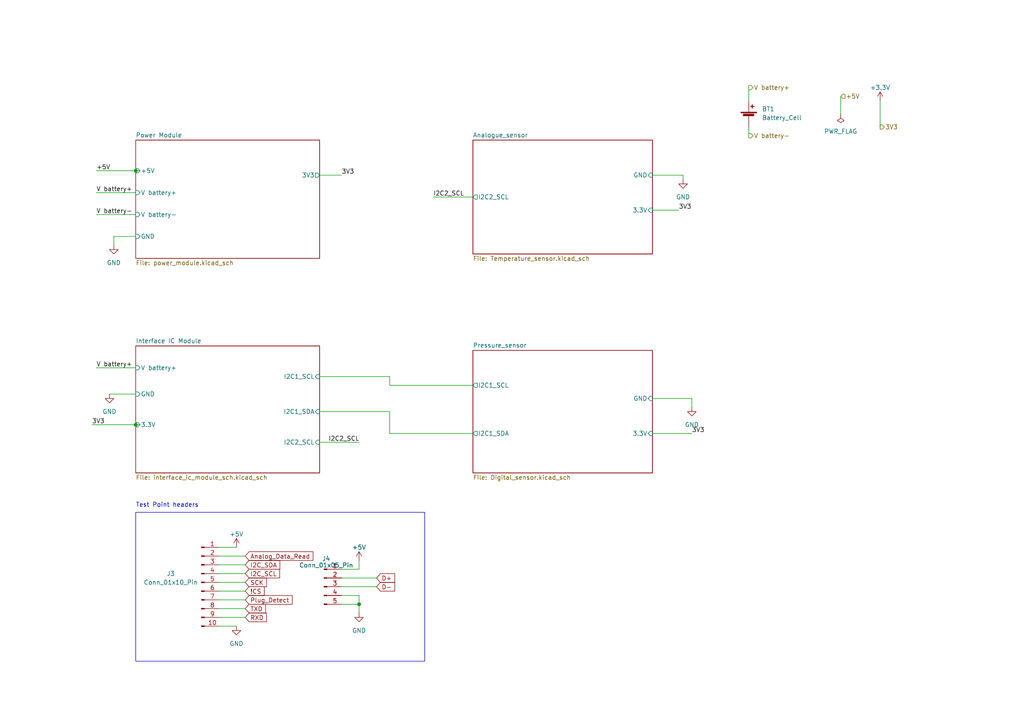
<source format=kicad_sch>
(kicad_sch (version 20230121) (generator eeschema)

  (uuid fb343421-d6b0-4cce-ac68-099621c469ba)

  (paper "A4")

  (title_block
    (title "HAT Modular")
    (date "2023-03-05")
    (rev "v0.11")
    (company "University of Cape Town")
    (comment 4 "Author: Joachim Gengan, Sayuri Moodley, Talon Sewnath")
  )

  (lib_symbols
    (symbol "Connector:Conn_01x05_Pin" (pin_names (offset 1.016) hide) (in_bom yes) (on_board yes)
      (property "Reference" "J" (at 0 7.62 0)
        (effects (font (size 1.27 1.27)))
      )
      (property "Value" "Conn_01x05_Pin" (at 0 -7.62 0)
        (effects (font (size 1.27 1.27)))
      )
      (property "Footprint" "" (at 0 0 0)
        (effects (font (size 1.27 1.27)) hide)
      )
      (property "Datasheet" "~" (at 0 0 0)
        (effects (font (size 1.27 1.27)) hide)
      )
      (property "ki_locked" "" (at 0 0 0)
        (effects (font (size 1.27 1.27)))
      )
      (property "ki_keywords" "connector" (at 0 0 0)
        (effects (font (size 1.27 1.27)) hide)
      )
      (property "ki_description" "Generic connector, single row, 01x05, script generated" (at 0 0 0)
        (effects (font (size 1.27 1.27)) hide)
      )
      (property "ki_fp_filters" "Connector*:*_1x??_*" (at 0 0 0)
        (effects (font (size 1.27 1.27)) hide)
      )
      (symbol "Conn_01x05_Pin_1_1"
        (polyline
          (pts
            (xy 1.27 -5.08)
            (xy 0.8636 -5.08)
          )
          (stroke (width 0.1524) (type default))
          (fill (type none))
        )
        (polyline
          (pts
            (xy 1.27 -2.54)
            (xy 0.8636 -2.54)
          )
          (stroke (width 0.1524) (type default))
          (fill (type none))
        )
        (polyline
          (pts
            (xy 1.27 0)
            (xy 0.8636 0)
          )
          (stroke (width 0.1524) (type default))
          (fill (type none))
        )
        (polyline
          (pts
            (xy 1.27 2.54)
            (xy 0.8636 2.54)
          )
          (stroke (width 0.1524) (type default))
          (fill (type none))
        )
        (polyline
          (pts
            (xy 1.27 5.08)
            (xy 0.8636 5.08)
          )
          (stroke (width 0.1524) (type default))
          (fill (type none))
        )
        (rectangle (start 0.8636 -4.953) (end 0 -5.207)
          (stroke (width 0.1524) (type default))
          (fill (type outline))
        )
        (rectangle (start 0.8636 -2.413) (end 0 -2.667)
          (stroke (width 0.1524) (type default))
          (fill (type outline))
        )
        (rectangle (start 0.8636 0.127) (end 0 -0.127)
          (stroke (width 0.1524) (type default))
          (fill (type outline))
        )
        (rectangle (start 0.8636 2.667) (end 0 2.413)
          (stroke (width 0.1524) (type default))
          (fill (type outline))
        )
        (rectangle (start 0.8636 5.207) (end 0 4.953)
          (stroke (width 0.1524) (type default))
          (fill (type outline))
        )
        (pin passive line (at 5.08 5.08 180) (length 3.81)
          (name "Pin_1" (effects (font (size 1.27 1.27))))
          (number "1" (effects (font (size 1.27 1.27))))
        )
        (pin passive line (at 5.08 2.54 180) (length 3.81)
          (name "Pin_2" (effects (font (size 1.27 1.27))))
          (number "2" (effects (font (size 1.27 1.27))))
        )
        (pin passive line (at 5.08 0 180) (length 3.81)
          (name "Pin_3" (effects (font (size 1.27 1.27))))
          (number "3" (effects (font (size 1.27 1.27))))
        )
        (pin passive line (at 5.08 -2.54 180) (length 3.81)
          (name "Pin_4" (effects (font (size 1.27 1.27))))
          (number "4" (effects (font (size 1.27 1.27))))
        )
        (pin passive line (at 5.08 -5.08 180) (length 3.81)
          (name "Pin_5" (effects (font (size 1.27 1.27))))
          (number "5" (effects (font (size 1.27 1.27))))
        )
      )
    )
    (symbol "Connector:Conn_01x10_Pin" (pin_names (offset 1.016) hide) (in_bom yes) (on_board yes)
      (property "Reference" "J" (at 0 12.7 0)
        (effects (font (size 1.27 1.27)))
      )
      (property "Value" "Conn_01x10_Pin" (at 0 -15.24 0)
        (effects (font (size 1.27 1.27)))
      )
      (property "Footprint" "" (at 0 0 0)
        (effects (font (size 1.27 1.27)) hide)
      )
      (property "Datasheet" "~" (at 0 0 0)
        (effects (font (size 1.27 1.27)) hide)
      )
      (property "ki_locked" "" (at 0 0 0)
        (effects (font (size 1.27 1.27)))
      )
      (property "ki_keywords" "connector" (at 0 0 0)
        (effects (font (size 1.27 1.27)) hide)
      )
      (property "ki_description" "Generic connector, single row, 01x10, script generated" (at 0 0 0)
        (effects (font (size 1.27 1.27)) hide)
      )
      (property "ki_fp_filters" "Connector*:*_1x??_*" (at 0 0 0)
        (effects (font (size 1.27 1.27)) hide)
      )
      (symbol "Conn_01x10_Pin_1_1"
        (polyline
          (pts
            (xy 1.27 -12.7)
            (xy 0.8636 -12.7)
          )
          (stroke (width 0.1524) (type default))
          (fill (type none))
        )
        (polyline
          (pts
            (xy 1.27 -10.16)
            (xy 0.8636 -10.16)
          )
          (stroke (width 0.1524) (type default))
          (fill (type none))
        )
        (polyline
          (pts
            (xy 1.27 -7.62)
            (xy 0.8636 -7.62)
          )
          (stroke (width 0.1524) (type default))
          (fill (type none))
        )
        (polyline
          (pts
            (xy 1.27 -5.08)
            (xy 0.8636 -5.08)
          )
          (stroke (width 0.1524) (type default))
          (fill (type none))
        )
        (polyline
          (pts
            (xy 1.27 -2.54)
            (xy 0.8636 -2.54)
          )
          (stroke (width 0.1524) (type default))
          (fill (type none))
        )
        (polyline
          (pts
            (xy 1.27 0)
            (xy 0.8636 0)
          )
          (stroke (width 0.1524) (type default))
          (fill (type none))
        )
        (polyline
          (pts
            (xy 1.27 2.54)
            (xy 0.8636 2.54)
          )
          (stroke (width 0.1524) (type default))
          (fill (type none))
        )
        (polyline
          (pts
            (xy 1.27 5.08)
            (xy 0.8636 5.08)
          )
          (stroke (width 0.1524) (type default))
          (fill (type none))
        )
        (polyline
          (pts
            (xy 1.27 7.62)
            (xy 0.8636 7.62)
          )
          (stroke (width 0.1524) (type default))
          (fill (type none))
        )
        (polyline
          (pts
            (xy 1.27 10.16)
            (xy 0.8636 10.16)
          )
          (stroke (width 0.1524) (type default))
          (fill (type none))
        )
        (rectangle (start 0.8636 -12.573) (end 0 -12.827)
          (stroke (width 0.1524) (type default))
          (fill (type outline))
        )
        (rectangle (start 0.8636 -10.033) (end 0 -10.287)
          (stroke (width 0.1524) (type default))
          (fill (type outline))
        )
        (rectangle (start 0.8636 -7.493) (end 0 -7.747)
          (stroke (width 0.1524) (type default))
          (fill (type outline))
        )
        (rectangle (start 0.8636 -4.953) (end 0 -5.207)
          (stroke (width 0.1524) (type default))
          (fill (type outline))
        )
        (rectangle (start 0.8636 -2.413) (end 0 -2.667)
          (stroke (width 0.1524) (type default))
          (fill (type outline))
        )
        (rectangle (start 0.8636 0.127) (end 0 -0.127)
          (stroke (width 0.1524) (type default))
          (fill (type outline))
        )
        (rectangle (start 0.8636 2.667) (end 0 2.413)
          (stroke (width 0.1524) (type default))
          (fill (type outline))
        )
        (rectangle (start 0.8636 5.207) (end 0 4.953)
          (stroke (width 0.1524) (type default))
          (fill (type outline))
        )
        (rectangle (start 0.8636 7.747) (end 0 7.493)
          (stroke (width 0.1524) (type default))
          (fill (type outline))
        )
        (rectangle (start 0.8636 10.287) (end 0 10.033)
          (stroke (width 0.1524) (type default))
          (fill (type outline))
        )
        (pin passive line (at 5.08 10.16 180) (length 3.81)
          (name "Pin_1" (effects (font (size 1.27 1.27))))
          (number "1" (effects (font (size 1.27 1.27))))
        )
        (pin passive line (at 5.08 -12.7 180) (length 3.81)
          (name "Pin_10" (effects (font (size 1.27 1.27))))
          (number "10" (effects (font (size 1.27 1.27))))
        )
        (pin passive line (at 5.08 7.62 180) (length 3.81)
          (name "Pin_2" (effects (font (size 1.27 1.27))))
          (number "2" (effects (font (size 1.27 1.27))))
        )
        (pin passive line (at 5.08 5.08 180) (length 3.81)
          (name "Pin_3" (effects (font (size 1.27 1.27))))
          (number "3" (effects (font (size 1.27 1.27))))
        )
        (pin passive line (at 5.08 2.54 180) (length 3.81)
          (name "Pin_4" (effects (font (size 1.27 1.27))))
          (number "4" (effects (font (size 1.27 1.27))))
        )
        (pin passive line (at 5.08 0 180) (length 3.81)
          (name "Pin_5" (effects (font (size 1.27 1.27))))
          (number "5" (effects (font (size 1.27 1.27))))
        )
        (pin passive line (at 5.08 -2.54 180) (length 3.81)
          (name "Pin_6" (effects (font (size 1.27 1.27))))
          (number "6" (effects (font (size 1.27 1.27))))
        )
        (pin passive line (at 5.08 -5.08 180) (length 3.81)
          (name "Pin_7" (effects (font (size 1.27 1.27))))
          (number "7" (effects (font (size 1.27 1.27))))
        )
        (pin passive line (at 5.08 -7.62 180) (length 3.81)
          (name "Pin_8" (effects (font (size 1.27 1.27))))
          (number "8" (effects (font (size 1.27 1.27))))
        )
        (pin passive line (at 5.08 -10.16 180) (length 3.81)
          (name "Pin_9" (effects (font (size 1.27 1.27))))
          (number "9" (effects (font (size 1.27 1.27))))
        )
      )
    )
    (symbol "Device:Battery_Cell" (pin_numbers hide) (pin_names (offset 0) hide) (in_bom yes) (on_board yes)
      (property "Reference" "BT" (at 2.54 2.54 0)
        (effects (font (size 1.27 1.27)) (justify left))
      )
      (property "Value" "Battery_Cell" (at 2.54 0 0)
        (effects (font (size 1.27 1.27)) (justify left))
      )
      (property "Footprint" "" (at 0 1.524 90)
        (effects (font (size 1.27 1.27)) hide)
      )
      (property "Datasheet" "~" (at 0 1.524 90)
        (effects (font (size 1.27 1.27)) hide)
      )
      (property "ki_keywords" "battery cell" (at 0 0 0)
        (effects (font (size 1.27 1.27)) hide)
      )
      (property "ki_description" "Single-cell battery" (at 0 0 0)
        (effects (font (size 1.27 1.27)) hide)
      )
      (symbol "Battery_Cell_0_1"
        (rectangle (start -2.286 1.778) (end 2.286 1.524)
          (stroke (width 0) (type default))
          (fill (type outline))
        )
        (rectangle (start -1.5748 1.1938) (end 1.4732 0.6858)
          (stroke (width 0) (type default))
          (fill (type outline))
        )
        (polyline
          (pts
            (xy 0 0.762)
            (xy 0 0)
          )
          (stroke (width 0) (type default))
          (fill (type none))
        )
        (polyline
          (pts
            (xy 0 1.778)
            (xy 0 2.54)
          )
          (stroke (width 0) (type default))
          (fill (type none))
        )
        (polyline
          (pts
            (xy 0.508 3.429)
            (xy 1.524 3.429)
          )
          (stroke (width 0.254) (type default))
          (fill (type none))
        )
        (polyline
          (pts
            (xy 1.016 3.937)
            (xy 1.016 2.921)
          )
          (stroke (width 0.254) (type default))
          (fill (type none))
        )
      )
      (symbol "Battery_Cell_1_1"
        (pin passive line (at 0 5.08 270) (length 2.54)
          (name "+" (effects (font (size 1.27 1.27))))
          (number "1" (effects (font (size 1.27 1.27))))
        )
        (pin passive line (at 0 -2.54 90) (length 2.54)
          (name "-" (effects (font (size 1.27 1.27))))
          (number "2" (effects (font (size 1.27 1.27))))
        )
      )
    )
    (symbol "power:+3.3V" (power) (pin_names (offset 0)) (in_bom yes) (on_board yes)
      (property "Reference" "#PWR" (at 0 -3.81 0)
        (effects (font (size 1.27 1.27)) hide)
      )
      (property "Value" "+3.3V" (at 0 3.556 0)
        (effects (font (size 1.27 1.27)))
      )
      (property "Footprint" "" (at 0 0 0)
        (effects (font (size 1.27 1.27)) hide)
      )
      (property "Datasheet" "" (at 0 0 0)
        (effects (font (size 1.27 1.27)) hide)
      )
      (property "ki_keywords" "global power" (at 0 0 0)
        (effects (font (size 1.27 1.27)) hide)
      )
      (property "ki_description" "Power symbol creates a global label with name \"+3.3V\"" (at 0 0 0)
        (effects (font (size 1.27 1.27)) hide)
      )
      (symbol "+3.3V_0_1"
        (polyline
          (pts
            (xy -0.762 1.27)
            (xy 0 2.54)
          )
          (stroke (width 0) (type default))
          (fill (type none))
        )
        (polyline
          (pts
            (xy 0 0)
            (xy 0 2.54)
          )
          (stroke (width 0) (type default))
          (fill (type none))
        )
        (polyline
          (pts
            (xy 0 2.54)
            (xy 0.762 1.27)
          )
          (stroke (width 0) (type default))
          (fill (type none))
        )
      )
      (symbol "+3.3V_1_1"
        (pin power_in line (at 0 0 90) (length 0) hide
          (name "+3.3V" (effects (font (size 1.27 1.27))))
          (number "1" (effects (font (size 1.27 1.27))))
        )
      )
    )
    (symbol "power:+5V" (power) (pin_names (offset 0)) (in_bom yes) (on_board yes)
      (property "Reference" "#PWR" (at 0 -3.81 0)
        (effects (font (size 1.27 1.27)) hide)
      )
      (property "Value" "+5V" (at 0 3.556 0)
        (effects (font (size 1.27 1.27)))
      )
      (property "Footprint" "" (at 0 0 0)
        (effects (font (size 1.27 1.27)) hide)
      )
      (property "Datasheet" "" (at 0 0 0)
        (effects (font (size 1.27 1.27)) hide)
      )
      (property "ki_keywords" "global power" (at 0 0 0)
        (effects (font (size 1.27 1.27)) hide)
      )
      (property "ki_description" "Power symbol creates a global label with name \"+5V\"" (at 0 0 0)
        (effects (font (size 1.27 1.27)) hide)
      )
      (symbol "+5V_0_1"
        (polyline
          (pts
            (xy -0.762 1.27)
            (xy 0 2.54)
          )
          (stroke (width 0) (type default))
          (fill (type none))
        )
        (polyline
          (pts
            (xy 0 0)
            (xy 0 2.54)
          )
          (stroke (width 0) (type default))
          (fill (type none))
        )
        (polyline
          (pts
            (xy 0 2.54)
            (xy 0.762 1.27)
          )
          (stroke (width 0) (type default))
          (fill (type none))
        )
      )
      (symbol "+5V_1_1"
        (pin power_in line (at 0 0 90) (length 0) hide
          (name "+5V" (effects (font (size 1.27 1.27))))
          (number "1" (effects (font (size 1.27 1.27))))
        )
      )
    )
    (symbol "power:GND" (power) (pin_names (offset 0)) (in_bom yes) (on_board yes)
      (property "Reference" "#PWR" (at 0 -6.35 0)
        (effects (font (size 1.27 1.27)) hide)
      )
      (property "Value" "GND" (at 0 -3.81 0)
        (effects (font (size 1.27 1.27)))
      )
      (property "Footprint" "" (at 0 0 0)
        (effects (font (size 1.27 1.27)) hide)
      )
      (property "Datasheet" "" (at 0 0 0)
        (effects (font (size 1.27 1.27)) hide)
      )
      (property "ki_keywords" "global power" (at 0 0 0)
        (effects (font (size 1.27 1.27)) hide)
      )
      (property "ki_description" "Power symbol creates a global label with name \"GND\" , ground" (at 0 0 0)
        (effects (font (size 1.27 1.27)) hide)
      )
      (symbol "GND_0_1"
        (polyline
          (pts
            (xy 0 0)
            (xy 0 -1.27)
            (xy 1.27 -1.27)
            (xy 0 -2.54)
            (xy -1.27 -1.27)
            (xy 0 -1.27)
          )
          (stroke (width 0) (type default))
          (fill (type none))
        )
      )
      (symbol "GND_1_1"
        (pin power_in line (at 0 0 270) (length 0) hide
          (name "GND" (effects (font (size 1.27 1.27))))
          (number "1" (effects (font (size 1.27 1.27))))
        )
      )
    )
    (symbol "power:PWR_FLAG" (power) (pin_numbers hide) (pin_names (offset 0) hide) (in_bom yes) (on_board yes)
      (property "Reference" "#FLG" (at 0 1.905 0)
        (effects (font (size 1.27 1.27)) hide)
      )
      (property "Value" "PWR_FLAG" (at 0 3.81 0)
        (effects (font (size 1.27 1.27)))
      )
      (property "Footprint" "" (at 0 0 0)
        (effects (font (size 1.27 1.27)) hide)
      )
      (property "Datasheet" "~" (at 0 0 0)
        (effects (font (size 1.27 1.27)) hide)
      )
      (property "ki_keywords" "flag power" (at 0 0 0)
        (effects (font (size 1.27 1.27)) hide)
      )
      (property "ki_description" "Special symbol for telling ERC where power comes from" (at 0 0 0)
        (effects (font (size 1.27 1.27)) hide)
      )
      (symbol "PWR_FLAG_0_0"
        (pin power_out line (at 0 0 90) (length 0)
          (name "pwr" (effects (font (size 1.27 1.27))))
          (number "1" (effects (font (size 1.27 1.27))))
        )
      )
      (symbol "PWR_FLAG_0_1"
        (polyline
          (pts
            (xy 0 0)
            (xy 0 1.27)
            (xy -1.016 1.905)
            (xy 0 2.54)
            (xy 1.016 1.905)
            (xy 0 1.27)
          )
          (stroke (width 0) (type default))
          (fill (type none))
        )
      )
    )
  )


  (junction (at 104.14 175.26) (diameter 0) (color 0 0 0 0)
    (uuid 0283eed1-0ddf-483e-bc90-8c57379e0ccb)
  )
  (junction (at 39.37 123.19) (diameter 0) (color 0 0 0 0)
    (uuid 78e57690-422a-4b8f-bafc-48029c13ca36)
  )
  (junction (at 39.37 49.53) (diameter 0) (color 0 0 0 0)
    (uuid d845ae22-72fa-486e-aa29-81d6e028318c)
  )

  (wire (pts (xy 27.94 49.53) (xy 39.37 49.53))
    (stroke (width 0) (type default))
    (uuid 0aaf2654-b004-46cc-b8ab-14d7c924cd5a)
  )
  (wire (pts (xy 63.5 158.75) (xy 68.58 158.75))
    (stroke (width 0) (type default))
    (uuid 0be473e0-95f0-4f4e-ab3c-5b62cbf6cb7e)
  )
  (wire (pts (xy 113.03 125.73) (xy 137.16 125.73))
    (stroke (width 0) (type default))
    (uuid 0ea99f70-cb13-4195-90e1-89537f8406cc)
  )
  (wire (pts (xy 113.03 119.38) (xy 113.03 125.73))
    (stroke (width 0) (type default))
    (uuid 16c95cda-9b55-4642-b5a7-2acd4e113d65)
  )
  (wire (pts (xy 198.12 50.8) (xy 198.12 52.07))
    (stroke (width 0) (type default))
    (uuid 2aa02ea0-e12f-414c-ba74-b16502ce65d8)
  )
  (wire (pts (xy 217.17 36.83) (xy 217.17 39.37))
    (stroke (width 0) (type default))
    (uuid 2be375dc-f3d6-49f2-8725-49ccff91aaf3)
  )
  (wire (pts (xy 27.94 106.68) (xy 39.37 106.68))
    (stroke (width 0) (type default))
    (uuid 2e57ca93-1a48-408e-916d-1ccd0c84214d)
  )
  (wire (pts (xy 243.84 27.94) (xy 243.84 33.02))
    (stroke (width 0) (type default))
    (uuid 2fbb0b60-ab23-47cc-930a-2bbf7180f985)
  )
  (wire (pts (xy 104.14 172.72) (xy 104.14 175.26))
    (stroke (width 0) (type default))
    (uuid 2ff9624e-a4ea-4560-b7cf-750f7e2fbfd9)
  )
  (wire (pts (xy 99.06 165.1) (xy 104.14 165.1))
    (stroke (width 0) (type default))
    (uuid 32bbc516-f75d-4f68-8ec6-ec5bf761b3bf)
  )
  (wire (pts (xy 99.06 175.26) (xy 104.14 175.26))
    (stroke (width 0) (type default))
    (uuid 385ca6a7-cd88-49c1-9e69-0c601a698671)
  )
  (wire (pts (xy 113.03 111.76) (xy 137.16 111.76))
    (stroke (width 0) (type default))
    (uuid 393d254f-61f3-4a9e-8007-0f57addb5a2d)
  )
  (wire (pts (xy 104.14 175.26) (xy 104.14 177.8))
    (stroke (width 0) (type default))
    (uuid 3b6ebae5-66a6-41b8-9a7d-87b910a5d0e7)
  )
  (wire (pts (xy 39.37 49.53) (xy 40.64 49.53))
    (stroke (width 0) (type default))
    (uuid 3f7a624b-2276-4d08-849f-db9a51e5a748)
  )
  (wire (pts (xy 189.23 60.96) (xy 196.85 60.96))
    (stroke (width 0) (type default))
    (uuid 44e2cd24-e41c-4e71-9f47-7dac0779b500)
  )
  (wire (pts (xy 92.71 128.27) (xy 104.14 128.27))
    (stroke (width 0) (type default))
    (uuid 462d965e-c604-41cd-9209-ecbf83b1a24f)
  )
  (wire (pts (xy 63.5 163.83) (xy 71.12 163.83))
    (stroke (width 0) (type default))
    (uuid 4ad36139-79dd-4ba8-9139-1806ffd26789)
  )
  (wire (pts (xy 189.23 115.57) (xy 200.66 115.57))
    (stroke (width 0) (type default))
    (uuid 4bd4ba39-c355-4dc3-9de5-78a3c74317dc)
  )
  (wire (pts (xy 255.27 29.21) (xy 255.27 36.83))
    (stroke (width 0) (type default))
    (uuid 4ddeacad-0c9c-4709-9b33-2657158e10ce)
  )
  (wire (pts (xy 27.94 55.88) (xy 39.37 55.88))
    (stroke (width 0) (type default))
    (uuid 53a7ce49-f310-472a-89e2-9e338dc772c0)
  )
  (wire (pts (xy 63.5 171.45) (xy 71.12 171.45))
    (stroke (width 0) (type default))
    (uuid 5d917a69-6945-4e30-874e-3fe65569b2d1)
  )
  (wire (pts (xy 200.66 115.57) (xy 200.66 118.11))
    (stroke (width 0) (type default))
    (uuid 6049e2a1-95de-475f-a6c0-aa0359d4f924)
  )
  (wire (pts (xy 71.12 176.53) (xy 63.5 176.53))
    (stroke (width 0) (type default))
    (uuid 60caebf9-0f0b-447d-8bca-0f433bb859cd)
  )
  (wire (pts (xy 39.37 123.19) (xy 40.64 123.19))
    (stroke (width 0) (type default))
    (uuid 69866fd0-72b8-42a9-a5b1-3b9139b7d2e2)
  )
  (wire (pts (xy 39.37 114.3) (xy 31.75 114.3))
    (stroke (width 0) (type default))
    (uuid 73acba41-22aa-4cb4-9747-58199c2370a5)
  )
  (wire (pts (xy 104.14 165.1) (xy 104.14 162.56))
    (stroke (width 0) (type default))
    (uuid 7577c9ae-2c13-40b9-b903-ded9c3043ad9)
  )
  (wire (pts (xy 63.5 181.61) (xy 68.58 181.61))
    (stroke (width 0) (type default))
    (uuid 79168028-b690-4b28-811e-49a819b1a4d8)
  )
  (wire (pts (xy 63.5 166.37) (xy 71.12 166.37))
    (stroke (width 0) (type default))
    (uuid 87f8fa12-d022-4632-983b-abee3707a4bf)
  )
  (wire (pts (xy 99.06 172.72) (xy 104.14 172.72))
    (stroke (width 0) (type default))
    (uuid 8a3cc6f8-4b47-41f1-bd43-bae1303c2681)
  )
  (wire (pts (xy 189.23 125.73) (xy 200.66 125.73))
    (stroke (width 0) (type default))
    (uuid a4ee0cab-2b28-4984-8ff2-8741a5e82393)
  )
  (wire (pts (xy 71.12 179.07) (xy 63.5 179.07))
    (stroke (width 0) (type default))
    (uuid b17372d9-41a4-494e-b7b9-d19ace4c5049)
  )
  (wire (pts (xy 92.71 109.22) (xy 113.03 109.22))
    (stroke (width 0) (type default))
    (uuid b2ae7632-246e-4cc8-9327-69f8f72d1b9c)
  )
  (wire (pts (xy 63.5 168.91) (xy 71.12 168.91))
    (stroke (width 0) (type default))
    (uuid b599236f-dc85-4059-8403-c1f9c882b6d6)
  )
  (wire (pts (xy 99.06 170.18) (xy 109.22 170.18))
    (stroke (width 0) (type default))
    (uuid b83aa66b-a3de-4b88-988a-7ea572647b35)
  )
  (wire (pts (xy 26.67 123.19) (xy 39.37 123.19))
    (stroke (width 0) (type default))
    (uuid baca937e-467e-4b82-8c56-f77705fac6a9)
  )
  (wire (pts (xy 92.71 50.8) (xy 99.06 50.8))
    (stroke (width 0) (type default))
    (uuid bcd50e69-b8f6-4b04-992c-fa3509697f5d)
  )
  (wire (pts (xy 113.03 109.22) (xy 113.03 111.76))
    (stroke (width 0) (type default))
    (uuid c34845d9-8828-4a05-876c-8174aa1d11f9)
  )
  (wire (pts (xy 92.71 119.38) (xy 113.03 119.38))
    (stroke (width 0) (type default))
    (uuid cac41408-b8c6-4ea1-85dd-d83806cc0865)
  )
  (wire (pts (xy 189.23 50.8) (xy 198.12 50.8))
    (stroke (width 0) (type default))
    (uuid d1f86182-4c4a-405e-a280-574cf35b0ec1)
  )
  (wire (pts (xy 63.5 161.29) (xy 71.12 161.29))
    (stroke (width 0) (type default))
    (uuid d33365b7-a316-4456-b140-9c8bdf62efa7)
  )
  (wire (pts (xy 71.12 173.99) (xy 63.5 173.99))
    (stroke (width 0) (type default))
    (uuid d45ce59b-7749-4ae1-af6c-aa0c3ff3fbeb)
  )
  (wire (pts (xy 27.94 62.23) (xy 39.37 62.23))
    (stroke (width 0) (type default))
    (uuid d6a6c29c-d6f4-4e41-8443-fe2238da26b4)
  )
  (wire (pts (xy 217.17 25.4) (xy 217.17 29.21))
    (stroke (width 0) (type default))
    (uuid dd0d693c-5080-4082-8e91-aa5d15f58ee1)
  )
  (wire (pts (xy 125.73 57.15) (xy 137.16 57.15))
    (stroke (width 0) (type default))
    (uuid edf0d8d7-f1e9-4def-8aec-ff35f9e60af8)
  )
  (wire (pts (xy 33.02 68.58) (xy 33.02 71.12))
    (stroke (width 0) (type default))
    (uuid f7adda22-e244-45ab-a42c-83306b30e84d)
  )
  (wire (pts (xy 99.06 167.64) (xy 109.22 167.64))
    (stroke (width 0) (type default))
    (uuid fb95e321-5919-40af-ba03-c74a7cc40091)
  )
  (wire (pts (xy 39.37 68.58) (xy 33.02 68.58))
    (stroke (width 0) (type default))
    (uuid ff39cc82-e731-4951-bbab-feb4eafea2e1)
  )

  (rectangle (start 39.37 148.59) (end 123.19 191.77)
    (stroke (width 0) (type default))
    (fill (type none))
    (uuid 0e7d5855-f328-4e1b-858f-107a3e62454b)
  )

  (text "Test Point headers\n" (at 39.37 147.32 0)
    (effects (font (size 1.27 1.27)) (justify left bottom))
    (uuid c50a3373-4c85-46bf-909c-8f8a0f625467)
  )

  (label "V battery+" (at 27.94 55.88 0) (fields_autoplaced)
    (effects (font (size 1.27 1.27)) (justify left bottom))
    (uuid 0c7b588a-9aeb-47fe-9d19-ef15fdc0ecca)
  )
  (label "3V3" (at 99.06 50.8 0) (fields_autoplaced)
    (effects (font (size 1.27 1.27)) (justify left bottom))
    (uuid 4ecc7dfa-f519-40bb-9e0f-c9c7827465b6)
  )
  (label "3V3" (at 200.66 125.73 0) (fields_autoplaced)
    (effects (font (size 1.27 1.27)) (justify left bottom))
    (uuid 6419cc4c-2164-407c-bdcf-0b2c7ed9d5f6)
  )
  (label "3V3" (at 26.67 123.19 0) (fields_autoplaced)
    (effects (font (size 1.27 1.27)) (justify left bottom))
    (uuid 655bfed7-1348-4b98-9500-83d5d15bff1d)
  )
  (label "3V3" (at 196.85 60.96 0) (fields_autoplaced)
    (effects (font (size 1.27 1.27)) (justify left bottom))
    (uuid 6d383eae-4652-41fd-808e-811d42e645d1)
  )
  (label "I2C2_SCL" (at 134.62 57.15 180) (fields_autoplaced)
    (effects (font (size 1.27 1.27)) (justify right bottom))
    (uuid 86a3c2f2-c580-48b0-8f46-87d42fed5c7d)
  )
  (label "V battery+" (at 27.94 106.68 0) (fields_autoplaced)
    (effects (font (size 1.27 1.27)) (justify left bottom))
    (uuid 9ce3bf48-f116-46b9-bdd5-751a8138bc45)
  )
  (label "I2C2_SCL" (at 95.25 128.27 0) (fields_autoplaced)
    (effects (font (size 1.27 1.27)) (justify left bottom))
    (uuid afc903ef-d39b-4c3a-bcc6-ee47142632bd)
  )
  (label "+5V" (at 27.94 49.53 0) (fields_autoplaced)
    (effects (font (size 1.27 1.27)) (justify left bottom))
    (uuid d5cdc8aa-7ce0-4fa0-bb56-bd49fc28cd44)
  )
  (label "V battery-" (at 27.94 62.23 0) (fields_autoplaced)
    (effects (font (size 1.27 1.27)) (justify left bottom))
    (uuid dd148464-69fd-490b-9f4e-45a7cff7ca10)
  )

  (global_label "I2C_SCL" (shape input) (at 71.12 166.37 0) (fields_autoplaced)
    (effects (font (size 1.27 1.27)) (justify left))
    (uuid 04a0731b-b2ce-47f9-a0f3-f669e8a0a891)
    (property "Intersheetrefs" "${INTERSHEET_REFS}" (at 80.9311 166.37 0)
      (effects (font (size 1.27 1.27)) (justify left) hide)
    )
  )
  (global_label "Analog_Data_Read" (shape input) (at 71.12 161.29 0) (fields_autoplaced)
    (effects (font (size 1.27 1.27)) (justify left))
    (uuid 1ccd44f0-7fee-4911-ad93-57e1918c4e95)
    (property "Intersheetrefs" "${INTERSHEET_REFS}" (at 90.6069 161.29 0)
      (effects (font (size 1.27 1.27)) (justify left) hide)
    )
  )
  (global_label "Plug_Detect" (shape input) (at 71.12 173.99 0) (fields_autoplaced)
    (effects (font (size 1.27 1.27)) (justify left))
    (uuid 575c431c-1949-4b03-a4c4-647e9642b2ea)
    (property "Intersheetrefs" "${INTERSHEET_REFS}" (at 84.5596 173.99 0)
      (effects (font (size 1.27 1.27)) (justify left) hide)
    )
  )
  (global_label "I2C_SDA" (shape input) (at 71.12 163.83 0) (fields_autoplaced)
    (effects (font (size 1.27 1.27)) (justify left))
    (uuid 6bc65d25-7cf5-41c3-966d-d6176915f950)
    (property "Intersheetrefs" "${INTERSHEET_REFS}" (at 80.9916 163.83 0)
      (effects (font (size 1.27 1.27)) (justify left) hide)
    )
  )
  (global_label "TXD" (shape input) (at 71.12 176.53 0) (fields_autoplaced)
    (effects (font (size 1.27 1.27)) (justify left))
    (uuid 930c7cae-dc18-45a7-be88-0dec570448cd)
    (property "Intersheetrefs" "${INTERSHEET_REFS}" (at 76.8187 176.53 0)
      (effects (font (size 1.27 1.27)) (justify left) hide)
    )
  )
  (global_label "!CS" (shape input) (at 71.12 171.45 0) (fields_autoplaced)
    (effects (font (size 1.27 1.27)) (justify left))
    (uuid a7c244c1-da22-419f-94cb-1e507b000462)
    (property "Intersheetrefs" "${INTERSHEET_REFS}" (at 76.4559 171.45 0)
      (effects (font (size 1.27 1.27)) (justify left) hide)
    )
  )
  (global_label "RXD" (shape input) (at 71.12 179.07 0) (fields_autoplaced)
    (effects (font (size 1.27 1.27)) (justify left))
    (uuid ca6345f5-d54b-446a-aef6-63603cb40c45)
    (property "Intersheetrefs" "${INTERSHEET_REFS}" (at 77.1211 179.07 0)
      (effects (font (size 1.27 1.27)) (justify left) hide)
    )
  )
  (global_label "D+" (shape input) (at 109.22 167.64 0) (fields_autoplaced)
    (effects (font (size 1.27 1.27)) (justify left))
    (uuid d539c09b-ccc9-4d80-b145-0bb345456773)
    (property "Intersheetrefs" "${INTERSHEET_REFS}" (at 114.314 167.64 0)
      (effects (font (size 1.27 1.27)) (justify left) hide)
    )
  )
  (global_label "D-" (shape input) (at 109.22 170.18 0) (fields_autoplaced)
    (effects (font (size 1.27 1.27)) (justify left))
    (uuid e7f10708-8fd9-4702-8977-c2d546b0d2c0)
    (property "Intersheetrefs" "${INTERSHEET_REFS}" (at 114.314 170.18 0)
      (effects (font (size 1.27 1.27)) (justify left) hide)
    )
  )
  (global_label "SCK" (shape input) (at 71.12 168.91 0) (fields_autoplaced)
    (effects (font (size 1.27 1.27)) (justify left))
    (uuid ea55b810-1328-482b-a1e1-45c18ecfeab9)
    (property "Intersheetrefs" "${INTERSHEET_REFS}" (at 77.1211 168.91 0)
      (effects (font (size 1.27 1.27)) (justify left) hide)
    )
  )

  (hierarchical_label "V battery+" (shape output) (at 217.17 25.4 0) (fields_autoplaced)
    (effects (font (size 1.27 1.27)) (justify left))
    (uuid 37823f4a-cdee-4764-8ba2-5e8514ea1cce)
  )
  (hierarchical_label "V battery-" (shape output) (at 217.17 39.37 0) (fields_autoplaced)
    (effects (font (size 1.27 1.27)) (justify left))
    (uuid b158001c-9bbe-4a27-a11e-cf0ef449d378)
  )
  (hierarchical_label "3V3" (shape output) (at 255.27 36.83 0) (fields_autoplaced)
    (effects (font (size 1.27 1.27)) (justify left))
    (uuid e14cd2f1-828f-4e18-a833-e56b92ffd610)
  )
  (hierarchical_label "+5V" (shape input) (at 243.84 27.94 0) (fields_autoplaced)
    (effects (font (size 1.27 1.27)) (justify left))
    (uuid f54199e7-003d-4dc7-99b7-99bccca62df5)
  )

  (symbol (lib_id "Connector:Conn_01x05_Pin") (at 93.98 170.18 0) (unit 1)
    (in_bom yes) (on_board yes) (dnp no) (fields_autoplaced)
    (uuid 007417fe-b645-4771-baf1-c7cf97cc19c0)
    (property "Reference" "J4" (at 94.615 162.0139 0)
      (effects (font (size 1.27 1.27)))
    )
    (property "Value" "Conn_01x05_Pin" (at 94.615 163.9349 0)
      (effects (font (size 1.27 1.27)))
    )
    (property "Footprint" "Connector_PinHeader_2.54mm:PinHeader_1x05_P2.54mm_Vertical" (at 93.98 170.18 0)
      (effects (font (size 1.27 1.27)) hide)
    )
    (property "Datasheet" "~" (at 93.98 170.18 0)
      (effects (font (size 1.27 1.27)) hide)
    )
    (pin "1" (uuid 50c3ef3d-7f94-4bb7-acaf-56de9f5c8f51))
    (pin "2" (uuid 86445a26-9986-4186-a7da-3eb875bf93ef))
    (pin "3" (uuid 993ca6c8-b56b-43c3-9369-a1950345dd99))
    (pin "4" (uuid 8984c8f5-ae96-4336-84b6-7078a66e82d3))
    (pin "5" (uuid b309d653-f784-4131-acef-7f7a09145a56))
    (instances
      (project "EnviroHAT"
        (path "/a74e31c2-fcf5-43a5-9331-08916f60248b/2be14b9c-d14d-472f-bc9b-c8a5f77e7f2d"
          (reference "J4") (unit 1)
        )
      )
      (project "main_v0.6"
        (path "/fb343421-d6b0-4cce-ac68-099621c469ba"
          (reference "J4") (unit 1)
        )
      )
    )
  )

  (symbol (lib_id "power:GND") (at 33.02 71.12 0) (unit 1)
    (in_bom yes) (on_board yes) (dnp no) (fields_autoplaced)
    (uuid 0ace63e8-8df3-43c0-9779-8078ba000fdf)
    (property "Reference" "#PWR06" (at 33.02 77.47 0)
      (effects (font (size 1.27 1.27)) hide)
    )
    (property "Value" "GND" (at 33.02 76.2 0)
      (effects (font (size 1.27 1.27)))
    )
    (property "Footprint" "" (at 33.02 71.12 0)
      (effects (font (size 1.27 1.27)) hide)
    )
    (property "Datasheet" "" (at 33.02 71.12 0)
      (effects (font (size 1.27 1.27)) hide)
    )
    (pin "1" (uuid 74cac209-4c6d-46ac-8460-2954459968b5))
    (instances
      (project "main_v0.6"
        (path "/fb343421-d6b0-4cce-ac68-099621c469ba"
          (reference "#PWR06") (unit 1)
        )
      )
    )
  )

  (symbol (lib_id "power:GND") (at 104.14 177.8 0) (unit 1)
    (in_bom yes) (on_board yes) (dnp no) (fields_autoplaced)
    (uuid 2b12796f-64ef-44ec-ba89-4b78599c4fbe)
    (property "Reference" "#PWR03" (at 104.14 184.15 0)
      (effects (font (size 1.27 1.27)) hide)
    )
    (property "Value" "GND" (at 104.14 182.88 0)
      (effects (font (size 1.27 1.27)))
    )
    (property "Footprint" "" (at 104.14 177.8 0)
      (effects (font (size 1.27 1.27)) hide)
    )
    (property "Datasheet" "" (at 104.14 177.8 0)
      (effects (font (size 1.27 1.27)) hide)
    )
    (pin "1" (uuid 8f844d3d-d189-4e08-aac0-06ad4cbf0171))
    (instances
      (project "EnviroHAT"
        (path "/a74e31c2-fcf5-43a5-9331-08916f60248b/1f29c7bb-3a0b-4611-ad74-2baaa71e5961"
          (reference "#PWR03") (unit 1)
        )
        (path "/a74e31c2-fcf5-43a5-9331-08916f60248b/2be14b9c-d14d-472f-bc9b-c8a5f77e7f2d"
          (reference "#PWR043") (unit 1)
        )
      )
      (project "Wk3"
        (path "/c0cfcaff-cbfc-454f-89d3-3bb65d015904"
          (reference "#PWR?") (unit 1)
        )
      )
      (project "main_v0.6"
        (path "/fb343421-d6b0-4cce-ac68-099621c469ba"
          (reference "#PWR010") (unit 1)
        )
      )
    )
  )

  (symbol (lib_id "power:+5V") (at 104.14 162.56 0) (unit 1)
    (in_bom yes) (on_board yes) (dnp no) (fields_autoplaced)
    (uuid 38f5e738-8d27-4129-881d-4fd3d42e8459)
    (property "Reference" "#PWR02" (at 104.14 166.37 0)
      (effects (font (size 1.27 1.27)) hide)
    )
    (property "Value" "+5V" (at 104.14 158.75 0)
      (effects (font (size 1.27 1.27)))
    )
    (property "Footprint" "" (at 104.14 162.56 0)
      (effects (font (size 1.27 1.27)) hide)
    )
    (property "Datasheet" "" (at 104.14 162.56 0)
      (effects (font (size 1.27 1.27)) hide)
    )
    (pin "1" (uuid 9ab5fe25-88f7-4b75-bc47-93c920d69d6e))
    (instances
      (project "EnviroHAT"
        (path "/a74e31c2-fcf5-43a5-9331-08916f60248b/1f29c7bb-3a0b-4611-ad74-2baaa71e5961"
          (reference "#PWR02") (unit 1)
        )
        (path "/a74e31c2-fcf5-43a5-9331-08916f60248b/2be14b9c-d14d-472f-bc9b-c8a5f77e7f2d"
          (reference "#PWR042") (unit 1)
        )
      )
      (project "Wk3"
        (path "/c0cfcaff-cbfc-454f-89d3-3bb65d015904"
          (reference "#PWR?") (unit 1)
        )
      )
      (project "main_v0.6"
        (path "/fb343421-d6b0-4cce-ac68-099621c469ba"
          (reference "#PWR09") (unit 1)
        )
      )
    )
  )

  (symbol (lib_id "Device:Battery_Cell") (at 217.17 34.29 0) (unit 1)
    (in_bom yes) (on_board yes) (dnp no) (fields_autoplaced)
    (uuid 627815ab-82c2-4d74-9865-24b1294534fe)
    (property "Reference" "BT1" (at 220.98 31.623 0)
      (effects (font (size 1.27 1.27)) (justify left))
    )
    (property "Value" "Battery_Cell" (at 220.98 34.163 0)
      (effects (font (size 1.27 1.27)) (justify left))
    )
    (property "Footprint" "newLibrary:18650_HOLDER_TH" (at 217.17 32.766 90)
      (effects (font (size 1.27 1.27)) hide)
    )
    (property "Datasheet" "~" (at 217.17 32.766 90)
      (effects (font (size 1.27 1.27)) hide)
    )
    (property "Cost per Board" "0.0381" (at 217.17 34.29 0)
      (effects (font (size 1.27 1.27)) hide)
    )
    (property "Five Board Cost" "0.1905" (at 217.17 34.29 0)
      (effects (font (size 1.27 1.27)) hide)
    )
    (property "JLC PCB Part Number" "NA" (at 217.17 34.29 0)
      (effects (font (size 1.27 1.27)) hide)
    )
    (pin "1" (uuid e349f6b4-1902-40d8-bcf8-8dd80397f803))
    (pin "2" (uuid 9cb70e5f-a98b-4df5-815b-6bb9305d1a83))
    (instances
      (project "PowerSchematicNew"
        (path "/848dbeb4-3c7b-453e-a09a-373eb322a767"
          (reference "BT1") (unit 1)
        )
      )
      (project "main_v0.6"
        (path "/fb343421-d6b0-4cce-ac68-099621c469ba/c0fcc5fd-e6d1-4c97-b691-b667c316491e"
          (reference "BT1") (unit 1)
        )
        (path "/fb343421-d6b0-4cce-ac68-099621c469ba"
          (reference "BT1") (unit 1)
        )
      )
    )
  )

  (symbol (lib_id "power:+5V") (at 68.58 158.75 0) (unit 1)
    (in_bom yes) (on_board yes) (dnp no) (fields_autoplaced)
    (uuid 7c772cf1-d19c-4d57-ac89-86e81f6cdd94)
    (property "Reference" "#PWR02" (at 68.58 162.56 0)
      (effects (font (size 1.27 1.27)) hide)
    )
    (property "Value" "+5V" (at 68.58 154.94 0)
      (effects (font (size 1.27 1.27)))
    )
    (property "Footprint" "" (at 68.58 158.75 0)
      (effects (font (size 1.27 1.27)) hide)
    )
    (property "Datasheet" "" (at 68.58 158.75 0)
      (effects (font (size 1.27 1.27)) hide)
    )
    (pin "1" (uuid 1075524d-f140-43a7-9c79-86216c44f515))
    (instances
      (project "EnviroHAT"
        (path "/a74e31c2-fcf5-43a5-9331-08916f60248b/1f29c7bb-3a0b-4611-ad74-2baaa71e5961"
          (reference "#PWR02") (unit 1)
        )
        (path "/a74e31c2-fcf5-43a5-9331-08916f60248b/2be14b9c-d14d-472f-bc9b-c8a5f77e7f2d"
          (reference "#PWR08") (unit 1)
        )
      )
      (project "Wk3"
        (path "/c0cfcaff-cbfc-454f-89d3-3bb65d015904"
          (reference "#PWR?") (unit 1)
        )
      )
      (project "main_v0.6"
        (path "/fb343421-d6b0-4cce-ac68-099621c469ba"
          (reference "#PWR04") (unit 1)
        )
      )
    )
  )

  (symbol (lib_id "power:GND") (at 200.66 118.11 0) (unit 1)
    (in_bom yes) (on_board yes) (dnp no) (fields_autoplaced)
    (uuid 866114c3-cdb0-41e7-9435-1aeeae9357c3)
    (property "Reference" "#PWR02" (at 200.66 124.46 0)
      (effects (font (size 1.27 1.27)) hide)
    )
    (property "Value" "GND" (at 200.66 123.19 0)
      (effects (font (size 1.27 1.27)))
    )
    (property "Footprint" "" (at 200.66 118.11 0)
      (effects (font (size 1.27 1.27)) hide)
    )
    (property "Datasheet" "" (at 200.66 118.11 0)
      (effects (font (size 1.27 1.27)) hide)
    )
    (pin "1" (uuid 3adf7fa4-0208-4ebd-9b70-e0e0acb8b47d))
    (instances
      (project "PowerSchematicNew"
        (path "/848dbeb4-3c7b-453e-a09a-373eb322a767"
          (reference "#PWR02") (unit 1)
        )
      )
      (project "main_v0.6"
        (path "/fb343421-d6b0-4cce-ac68-099621c469ba/c0fcc5fd-e6d1-4c97-b691-b667c316491e"
          (reference "#PWR09") (unit 1)
        )
        (path "/fb343421-d6b0-4cce-ac68-099621c469ba"
          (reference "#PWR02") (unit 1)
        )
      )
    )
  )

  (symbol (lib_id "Connector:Conn_01x10_Pin") (at 58.42 168.91 0) (unit 1)
    (in_bom yes) (on_board yes) (dnp no)
    (uuid 88fb56f9-ac0d-4633-8aff-007b355696a9)
    (property "Reference" "J1" (at 49.53 166.37 0)
      (effects (font (size 1.27 1.27)))
    )
    (property "Value" "Conn_01x10_Pin" (at 49.53 168.91 0)
      (effects (font (size 1.27 1.27)))
    )
    (property "Footprint" "Connector_PinHeader_2.54mm:PinHeader_1x10_P2.54mm_Vertical" (at 58.42 168.91 0)
      (effects (font (size 1.27 1.27)) hide)
    )
    (property "Datasheet" "~" (at 58.42 168.91 0)
      (effects (font (size 1.27 1.27)) hide)
    )
    (pin "1" (uuid fab1eee1-9e6c-4681-8007-aba1927a84b6))
    (pin "10" (uuid 1f914a82-c923-4dd4-af44-ed2b7e85825e))
    (pin "2" (uuid 90151a38-bd34-4121-871b-6c5a5c12c833))
    (pin "3" (uuid 4639668f-6be6-4e9a-a727-01cc611e753d))
    (pin "4" (uuid 1088c9cc-3faa-41c4-bf3c-72567f3ca72b))
    (pin "5" (uuid 17181714-56c2-47d3-80c2-5fd8188060ab))
    (pin "6" (uuid 20010bf6-0294-4d45-a7d9-ffc5c4b32bcd))
    (pin "7" (uuid 8a224db9-665f-4188-848a-a22daca3f854))
    (pin "8" (uuid b8d24074-5c0b-4382-8a08-c1f8d66175e4))
    (pin "9" (uuid f60cafbc-d84d-4fa0-9f3c-c6b16704be44))
    (instances
      (project "EnviroHAT"
        (path "/a74e31c2-fcf5-43a5-9331-08916f60248b/1f29c7bb-3a0b-4611-ad74-2baaa71e5961"
          (reference "J1") (unit 1)
        )
        (path "/a74e31c2-fcf5-43a5-9331-08916f60248b/2be14b9c-d14d-472f-bc9b-c8a5f77e7f2d"
          (reference "J3") (unit 1)
        )
      )
      (project "Wk3"
        (path "/c0cfcaff-cbfc-454f-89d3-3bb65d015904"
          (reference "J?") (unit 1)
        )
      )
      (project "main_v0.6"
        (path "/fb343421-d6b0-4cce-ac68-099621c469ba"
          (reference "J3") (unit 1)
        )
      )
    )
  )

  (symbol (lib_id "power:+3.3V") (at 255.27 29.21 0) (unit 1)
    (in_bom yes) (on_board yes) (dnp no) (fields_autoplaced)
    (uuid aa8a3880-583d-40b2-b292-5068ba5160ad)
    (property "Reference" "#PWR01" (at 255.27 33.02 0)
      (effects (font (size 1.27 1.27)) hide)
    )
    (property "Value" "+3.3V" (at 255.27 25.4 0)
      (effects (font (size 1.27 1.27)))
    )
    (property "Footprint" "" (at 255.27 29.21 0)
      (effects (font (size 1.27 1.27)) hide)
    )
    (property "Datasheet" "" (at 255.27 29.21 0)
      (effects (font (size 1.27 1.27)) hide)
    )
    (pin "1" (uuid 8953edf7-d342-419b-93bc-a4a73f1e609a))
    (instances
      (project "PowerSchematicNew"
        (path "/848dbeb4-3c7b-453e-a09a-373eb322a767"
          (reference "#PWR01") (unit 1)
        )
      )
      (project "main_v0.6"
        (path "/fb343421-d6b0-4cce-ac68-099621c469ba/c0fcc5fd-e6d1-4c97-b691-b667c316491e"
          (reference "#PWR013") (unit 1)
        )
        (path "/fb343421-d6b0-4cce-ac68-099621c469ba"
          (reference "#PWR07") (unit 1)
        )
      )
    )
  )

  (symbol (lib_id "power:GND") (at 68.58 181.61 0) (unit 1)
    (in_bom yes) (on_board yes) (dnp no) (fields_autoplaced)
    (uuid c1ffb4fd-2938-4fe5-a04a-8cd2870ed12d)
    (property "Reference" "#PWR03" (at 68.58 187.96 0)
      (effects (font (size 1.27 1.27)) hide)
    )
    (property "Value" "GND" (at 68.58 186.69 0)
      (effects (font (size 1.27 1.27)))
    )
    (property "Footprint" "" (at 68.58 181.61 0)
      (effects (font (size 1.27 1.27)) hide)
    )
    (property "Datasheet" "" (at 68.58 181.61 0)
      (effects (font (size 1.27 1.27)) hide)
    )
    (pin "1" (uuid 0e4b83e9-5c1f-41cb-808b-f074d61338be))
    (instances
      (project "EnviroHAT"
        (path "/a74e31c2-fcf5-43a5-9331-08916f60248b/1f29c7bb-3a0b-4611-ad74-2baaa71e5961"
          (reference "#PWR03") (unit 1)
        )
        (path "/a74e31c2-fcf5-43a5-9331-08916f60248b/2be14b9c-d14d-472f-bc9b-c8a5f77e7f2d"
          (reference "#PWR041") (unit 1)
        )
      )
      (project "Wk3"
        (path "/c0cfcaff-cbfc-454f-89d3-3bb65d015904"
          (reference "#PWR?") (unit 1)
        )
      )
      (project "main_v0.6"
        (path "/fb343421-d6b0-4cce-ac68-099621c469ba"
          (reference "#PWR08") (unit 1)
        )
      )
    )
  )

  (symbol (lib_id "power:GND") (at 31.75 114.3 0) (unit 1)
    (in_bom yes) (on_board yes) (dnp no) (fields_autoplaced)
    (uuid d1bda107-c55e-4b70-98e0-594f2c28232f)
    (property "Reference" "#PWR02" (at 31.75 120.65 0)
      (effects (font (size 1.27 1.27)) hide)
    )
    (property "Value" "GND" (at 31.75 119.38 0)
      (effects (font (size 1.27 1.27)))
    )
    (property "Footprint" "" (at 31.75 114.3 0)
      (effects (font (size 1.27 1.27)) hide)
    )
    (property "Datasheet" "" (at 31.75 114.3 0)
      (effects (font (size 1.27 1.27)) hide)
    )
    (pin "1" (uuid 98bddc21-48dd-45c2-a2ac-2c614acb84af))
    (instances
      (project "PowerSchematicNew"
        (path "/848dbeb4-3c7b-453e-a09a-373eb322a767"
          (reference "#PWR02") (unit 1)
        )
      )
      (project "main_v0.6"
        (path "/fb343421-d6b0-4cce-ac68-099621c469ba/c0fcc5fd-e6d1-4c97-b691-b667c316491e"
          (reference "#PWR09") (unit 1)
        )
        (path "/fb343421-d6b0-4cce-ac68-099621c469ba"
          (reference "#PWR03") (unit 1)
        )
      )
    )
  )

  (symbol (lib_id "power:PWR_FLAG") (at 243.84 33.02 180) (unit 1)
    (in_bom yes) (on_board yes) (dnp no) (fields_autoplaced)
    (uuid e6b2d961-34ab-4725-baba-610dc37ea31d)
    (property "Reference" "#FLG01" (at 243.84 34.925 0)
      (effects (font (size 1.27 1.27)) hide)
    )
    (property "Value" "PWR_FLAG" (at 243.84 38.1 0)
      (effects (font (size 1.27 1.27)))
    )
    (property "Footprint" "" (at 243.84 33.02 0)
      (effects (font (size 1.27 1.27)) hide)
    )
    (property "Datasheet" "~" (at 243.84 33.02 0)
      (effects (font (size 1.27 1.27)) hide)
    )
    (pin "1" (uuid da1c588c-e943-4edc-833c-17f947a7f101))
    (instances
      (project "PowerSchematicNew"
        (path "/848dbeb4-3c7b-453e-a09a-373eb322a767"
          (reference "#FLG01") (unit 1)
        )
      )
      (project "main_v0.6"
        (path "/fb343421-d6b0-4cce-ac68-099621c469ba/c0fcc5fd-e6d1-4c97-b691-b667c316491e"
          (reference "#FLG01") (unit 1)
        )
        (path "/fb343421-d6b0-4cce-ac68-099621c469ba"
          (reference "#FLG01") (unit 1)
        )
      )
    )
  )

  (symbol (lib_id "power:GND") (at 198.12 52.07 0) (unit 1)
    (in_bom yes) (on_board yes) (dnp no) (fields_autoplaced)
    (uuid e7728f3c-c832-420f-9271-7c8d0bfd90f4)
    (property "Reference" "#PWR02" (at 198.12 58.42 0)
      (effects (font (size 1.27 1.27)) hide)
    )
    (property "Value" "GND" (at 198.12 57.15 0)
      (effects (font (size 1.27 1.27)))
    )
    (property "Footprint" "" (at 198.12 52.07 0)
      (effects (font (size 1.27 1.27)) hide)
    )
    (property "Datasheet" "" (at 198.12 52.07 0)
      (effects (font (size 1.27 1.27)) hide)
    )
    (pin "1" (uuid cec2abfa-b46d-4599-8a4c-6c5ea464bc76))
    (instances
      (project "PowerSchematicNew"
        (path "/848dbeb4-3c7b-453e-a09a-373eb322a767"
          (reference "#PWR02") (unit 1)
        )
      )
      (project "main_v0.6"
        (path "/fb343421-d6b0-4cce-ac68-099621c469ba/c0fcc5fd-e6d1-4c97-b691-b667c316491e"
          (reference "#PWR09") (unit 1)
        )
        (path "/fb343421-d6b0-4cce-ac68-099621c469ba"
          (reference "#PWR01") (unit 1)
        )
      )
    )
  )

  (sheet (at 137.16 40.64) (size 52.07 33.02) (fields_autoplaced)
    (stroke (width 0) (type solid))
    (fill (color 0 0 0 0.0000))
    (uuid 00000000-0000-0000-0000-00006404a2b1)
    (property "Sheetname" "Analogue_sensor" (at 137.16 39.9284 0)
      (effects (font (size 1.27 1.27)) (justify left bottom))
    )
    (property "Sheetfile" "Temperature_sensor.kicad_sch" (at 137.16 74.2446 0)
      (effects (font (size 1.27 1.27)) (justify left top))
    )
    (pin "GND" input (at 189.23 50.8 0)
      (effects (font (size 1.27 1.27)) (justify right))
      (uuid e90bb9a7-d07c-4019-958a-f02fc3d773cf)
    )
    (pin "3.3V" input (at 189.23 60.96 0)
      (effects (font (size 1.27 1.27)) (justify right))
      (uuid 7349d95d-d6e9-4910-8970-29ed9e160a92)
    )
    (pin "I2C2_SCL" output (at 137.16 57.15 180)
      (effects (font (size 1.27 1.27)) (justify left))
      (uuid c6848438-52d9-44c7-9a54-7879acb0b6ed)
    )
    (instances
      (project "main_v0.6"
        (path "/fb343421-d6b0-4cce-ac68-099621c469ba" (page "2"))
      )
    )
  )

  (sheet (at 137.16 101.6) (size 52.07 35.56) (fields_autoplaced)
    (stroke (width 0) (type solid))
    (fill (color 0 0 0 0.0000))
    (uuid 00000000-0000-0000-0000-00006404a750)
    (property "Sheetname" "Pressure_sensor" (at 137.16 100.8884 0)
      (effects (font (size 1.27 1.27)) (justify left bottom))
    )
    (property "Sheetfile" "Digital_sensor.kicad_sch" (at 137.16 137.7446 0)
      (effects (font (size 1.27 1.27)) (justify left top))
    )
    (pin "GND" input (at 189.23 115.57 0)
      (effects (font (size 1.27 1.27)) (justify right))
      (uuid 4903fde3-2031-45a4-ace6-723d1d3f1a8e)
    )
    (pin "3.3V" input (at 189.23 125.73 0)
      (effects (font (size 1.27 1.27)) (justify right))
      (uuid ead590d8-2b13-4323-bd14-72919cae0ac3)
    )
    (pin "I2C1_SCL" output (at 137.16 111.76 180)
      (effects (font (size 1.27 1.27)) (justify left))
      (uuid 930e51bb-9402-447d-8108-3e64da677bce)
    )
    (pin "I2C1_SDA" output (at 137.16 125.73 180)
      (effects (font (size 1.27 1.27)) (justify left))
      (uuid 348fd372-d498-4dee-8009-9d05a7e1f1bb)
    )
    (instances
      (project "main_v0.6"
        (path "/fb343421-d6b0-4cce-ac68-099621c469ba" (page "3"))
      )
    )
  )

  (sheet (at 39.37 40.64) (size 53.34 34.29) (fields_autoplaced)
    (stroke (width 0.1524) (type solid))
    (fill (color 0 0 0 0.0000))
    (uuid c0fcc5fd-e6d1-4c97-b691-b667c316491e)
    (property "Sheetname" "Power Module" (at 39.37 39.9284 0)
      (effects (font (size 1.27 1.27)) (justify left bottom))
    )
    (property "Sheetfile" "power_module.kicad_sch" (at 39.37 75.5146 0)
      (effects (font (size 1.27 1.27)) (justify left top))
    )
    (pin "3V3" output (at 92.71 50.8 0)
      (effects (font (size 1.27 1.27)) (justify right))
      (uuid e388c7a6-4c4b-4d05-ae6c-cb6e55ee875b)
    )
    (pin "GND" input (at 39.37 68.58 180)
      (effects (font (size 1.27 1.27)) (justify left))
      (uuid 1b4c6370-777d-4a53-b720-8173d9760446)
    )
    (pin "V battery-" input (at 39.37 62.23 180)
      (effects (font (size 1.27 1.27)) (justify left))
      (uuid b42ed817-71ed-4c35-86e2-ffb839bd298e)
    )
    (pin "V battery+" input (at 39.37 55.88 180)
      (effects (font (size 1.27 1.27)) (justify left))
      (uuid 175782fc-dee4-437f-9667-8366c0e0952d)
    )
    (pin "+5V" input (at 39.37 49.53 180)
      (effects (font (size 1.27 1.27)) (justify left))
      (uuid 7ff414e6-10d6-4dd3-97e3-97e8fe6182bc)
    )
    (instances
      (project "main_v0.6"
        (path "/fb343421-d6b0-4cce-ac68-099621c469ba" (page "4"))
      )
    )
  )

  (sheet (at 39.37 100.33) (size 53.34 36.83) (fields_autoplaced)
    (stroke (width 0.1524) (type solid))
    (fill (color 0 0 0 0.0000))
    (uuid ec34f1bb-6384-461d-9cc4-09aeddbbdae0)
    (property "Sheetname" "Interface IC Module" (at 39.37 99.6184 0)
      (effects (font (size 1.27 1.27)) (justify left bottom))
    )
    (property "Sheetfile" "interface_ic_module_sch.kicad_sch" (at 39.37 137.7446 0)
      (effects (font (size 1.27 1.27)) (justify left top))
    )
    (pin "I2C2_SCL" input (at 92.71 128.27 0)
      (effects (font (size 1.27 1.27)) (justify right))
      (uuid 37e9ee27-6d5c-41c4-936d-1e661efc2d35)
    )
    (pin "I2C1_SCL" input (at 92.71 109.22 0)
      (effects (font (size 1.27 1.27)) (justify right))
      (uuid 7d074ecc-76b6-4bff-b9d4-8ec02e740856)
    )
    (pin "I2C1_SDA" input (at 92.71 119.38 0)
      (effects (font (size 1.27 1.27)) (justify right))
      (uuid 9a4eca76-52f8-4611-a353-e754dea93306)
    )
    (pin "GND" input (at 39.37 114.3 180)
      (effects (font (size 1.27 1.27)) (justify left))
      (uuid a06fb54a-a3d9-460e-92e9-5d70b4327a54)
    )
    (pin "3.3V" input (at 39.37 123.19 180)
      (effects (font (size 1.27 1.27)) (justify left))
      (uuid c18b56c2-9802-4141-93fe-ceb5093bb229)
    )
    (pin "V battery+" input (at 39.37 106.68 180)
      (effects (font (size 1.27 1.27)) (justify left))
      (uuid edd82a68-c01a-4213-97a2-521cac81e7d6)
    )
    (instances
      (project "main_v0.6"
        (path "/fb343421-d6b0-4cce-ac68-099621c469ba" (page "5"))
      )
    )
  )

  (sheet_instances
    (path "/" (page "1"))
  )
)

</source>
